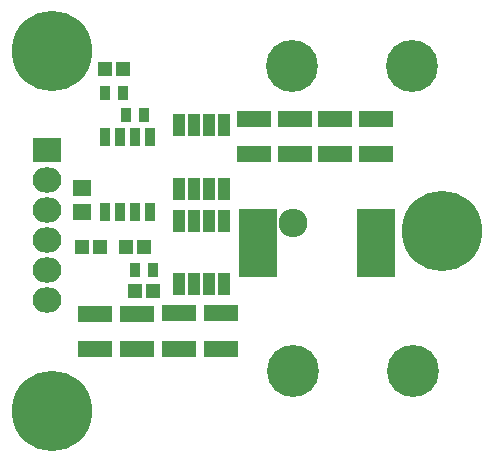
<source format=gts>
G04 #@! TF.GenerationSoftware,KiCad,Pcbnew,(2017-08-08 revision 53204e097)-makepkg*
G04 #@! TF.CreationDate,2017-10-18T16:30:53+02:00*
G04 #@! TF.ProjectId,LM510401A,4C4D353130343031412E6B696361645F,rev?*
G04 #@! TF.SameCoordinates,Original*
G04 #@! TF.FileFunction,Soldermask,Top*
G04 #@! TF.FilePolarity,Negative*
%FSLAX46Y46*%
G04 Gerber Fmt 4.6, Leading zero omitted, Abs format (unit mm)*
G04 Created by KiCad (PCBNEW (2017-08-08 revision 53204e097)-makepkg) date 10/18/17 16:30:53*
%MOMM*%
%LPD*%
G01*
G04 APERTURE LIST*
%ADD10R,1.000000X1.950000*%
%ADD11R,1.200000X1.150000*%
%ADD12R,2.432000X2.432000*%
%ADD13O,2.432000X2.432000*%
%ADD14R,3.300680X5.800040*%
%ADD15R,0.900000X1.300000*%
%ADD16R,0.908000X1.543000*%
%ADD17R,1.650000X1.400000*%
%ADD18R,2.900000X1.400000*%
%ADD19R,2.432000X2.127200*%
%ADD20O,2.432000X2.127200*%
%ADD21C,4.400500*%
%ADD22C,6.800000*%
G04 APERTURE END LIST*
D10*
X133908800Y-100728800D03*
X132638800Y-100728800D03*
X131368800Y-100728800D03*
X130098800Y-100728800D03*
X130098800Y-106128800D03*
X131368800Y-106128800D03*
X132638800Y-106128800D03*
X133908800Y-106128800D03*
D11*
X123432000Y-102997000D03*
X121932000Y-102997000D03*
D12*
X137287000Y-100965000D03*
D13*
X139827000Y-100965000D03*
D11*
X126453200Y-106680000D03*
X127953200Y-106680000D03*
X125387800Y-87884000D03*
X123887800Y-87884000D03*
D14*
X136857740Y-102641400D03*
X146860260Y-102641400D03*
D15*
X127191200Y-91795600D03*
X125691200Y-91795600D03*
X127927800Y-104927400D03*
X126427800Y-104927400D03*
X125387800Y-89941400D03*
X123887800Y-89941400D03*
D16*
X123901200Y-93624400D03*
X125171200Y-93624400D03*
X126441200Y-93624400D03*
X127711200Y-93624400D03*
X127711200Y-99974400D03*
X126441200Y-99974400D03*
X125171200Y-99974400D03*
X123901200Y-99974400D03*
D17*
X121894600Y-99983800D03*
X121894600Y-97983800D03*
D11*
X125691200Y-102997000D03*
X127191200Y-102997000D03*
D18*
X139954000Y-95124400D03*
X139954000Y-92124400D03*
X143357600Y-92124400D03*
X143357600Y-95124400D03*
X146812000Y-95124400D03*
X146812000Y-92124400D03*
X136525000Y-95124400D03*
X136525000Y-92124400D03*
D10*
X133908800Y-98026200D03*
X132638800Y-98026200D03*
X131368800Y-98026200D03*
X130098800Y-98026200D03*
X130098800Y-92626200D03*
X131368800Y-92626200D03*
X132638800Y-92626200D03*
X133908800Y-92626200D03*
D18*
X123063000Y-108609000D03*
X123063000Y-111609000D03*
X126619000Y-108609000D03*
X126619000Y-111609000D03*
X130136900Y-108570900D03*
X130136900Y-111570900D03*
X133692900Y-111570900D03*
X133692900Y-108570900D03*
D19*
X118999000Y-94742000D03*
D20*
X118999000Y-97282000D03*
X118999000Y-99822000D03*
X118999000Y-102362000D03*
X118999000Y-104902000D03*
X118999000Y-107442000D03*
D21*
X149860000Y-87630000D03*
X139700000Y-87630000D03*
X149923500Y-113474500D03*
X139763500Y-113474500D03*
D22*
X119380000Y-86360000D03*
X119380000Y-116840000D03*
X152400000Y-101600000D03*
M02*

</source>
